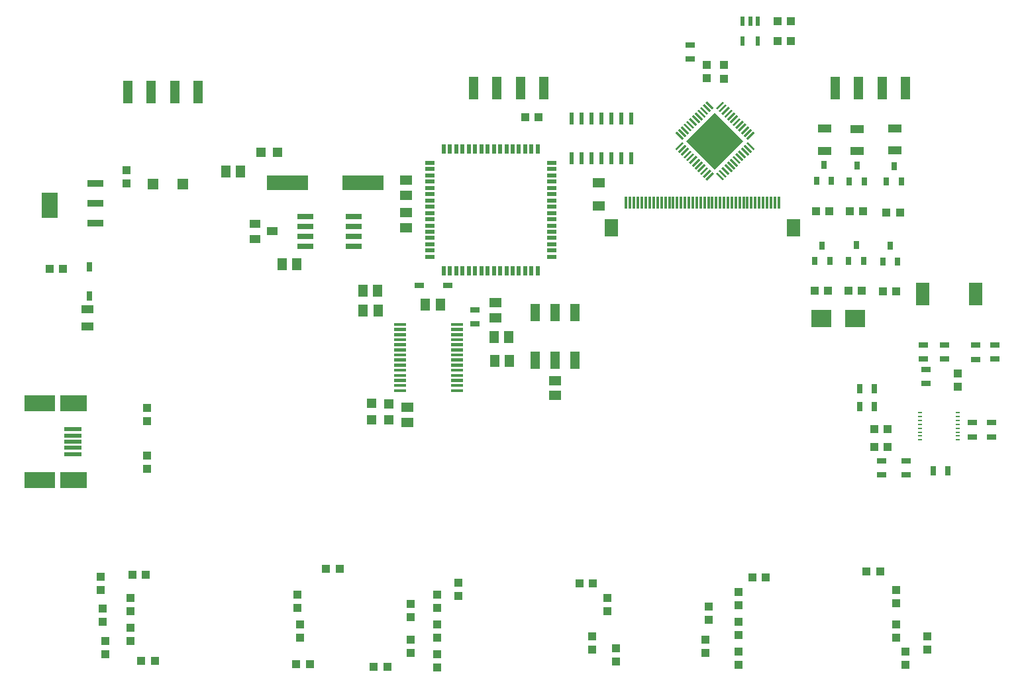
<source format=gtp>
G75*
%MOIN*%
%OFA0B0*%
%FSLAX25Y25*%
%IPPOS*%
%LPD*%
%AMOC8*
5,1,8,0,0,1.08239X$1,22.5*
%
%ADD10R,0.05906X0.05118*%
%ADD11R,0.04331X0.03937*%
%ADD12R,0.04724X0.03150*%
%ADD13R,0.05118X0.05906*%
%ADD14R,0.03937X0.04331*%
%ADD15R,0.04724X0.02756*%
%ADD16R,0.07087X0.03937*%
%ADD17R,0.05000X0.08583*%
%ADD18R,0.04700X0.02200*%
%ADD19R,0.02200X0.04700*%
%ADD20R,0.08000X0.02600*%
%ADD21R,0.05512X0.03937*%
%ADD22C,0.00300*%
%ADD23R,0.06299X0.04724*%
%ADD24R,0.01200X0.05900*%
%ADD25R,0.07100X0.08700*%
%ADD26R,0.04724X0.04724*%
%ADD27R,0.21000X0.07600*%
%ADD28R,0.03150X0.03843*%
%ADD29R,0.01100X0.04900*%
%ADD30R,0.20300X0.20300*%
%ADD31R,0.02165X0.04724*%
%ADD32R,0.02200X0.06300*%
%ADD33R,0.06890X0.11811*%
%ADD34R,0.03150X0.04724*%
%ADD35R,0.02362X0.00984*%
%ADD36R,0.09843X0.09055*%
%ADD37R,0.05512X0.05512*%
%ADD38R,0.08465X0.12795*%
%ADD39R,0.08465X0.03740*%
%ADD40R,0.08858X0.01969*%
%ADD41R,0.15748X0.08071*%
%ADD42R,0.13780X0.08071*%
%ADD43R,0.05000X0.11496*%
%ADD44R,0.05906X0.03937*%
%ADD45R,0.02756X0.04724*%
D10*
X0365962Y0239549D03*
X0365962Y0247029D03*
X0410320Y0292167D03*
X0410320Y0299647D03*
X0440040Y0260569D03*
X0440040Y0253088D03*
X0365314Y0337619D03*
X0365314Y0345099D03*
X0365294Y0353885D03*
X0365294Y0361366D03*
D11*
X0213848Y0122712D03*
X0213848Y0129405D03*
X0212448Y0139012D03*
X0212448Y0145705D03*
X0211348Y0155012D03*
X0211348Y0161705D03*
X0226348Y0151205D03*
X0226348Y0144512D03*
X0226348Y0136205D03*
X0226348Y0129512D03*
X0310348Y0146012D03*
X0310348Y0152705D03*
X0311848Y0137705D03*
X0311848Y0131012D03*
X0367348Y0130205D03*
X0380848Y0131012D03*
X0380848Y0137705D03*
X0367348Y0141512D03*
X0367348Y0148205D03*
X0380848Y0146012D03*
X0380848Y0152705D03*
X0391348Y0152012D03*
X0391348Y0158705D03*
X0380848Y0122705D03*
X0380848Y0116012D03*
X0367348Y0123512D03*
X0458848Y0125012D03*
X0458848Y0131705D03*
X0470848Y0125705D03*
X0470848Y0119012D03*
X0466348Y0144512D03*
X0466348Y0151205D03*
X0517348Y0146705D03*
X0517348Y0140012D03*
X0515848Y0130205D03*
X0515848Y0123512D03*
X0532348Y0124205D03*
X0532348Y0117512D03*
X0532348Y0132512D03*
X0532348Y0139205D03*
X0532348Y0147512D03*
X0532348Y0154205D03*
X0611848Y0155205D03*
X0611848Y0148512D03*
X0611848Y0137705D03*
X0611848Y0131012D03*
X0616348Y0124205D03*
X0616348Y0117512D03*
X0627348Y0125012D03*
X0627348Y0131705D03*
X0607417Y0227176D03*
X0600724Y0227176D03*
X0600724Y0236176D03*
X0607417Y0236176D03*
X0605285Y0305514D03*
X0611978Y0305514D03*
X0594578Y0305627D03*
X0587885Y0305627D03*
X0577619Y0305761D03*
X0570926Y0305761D03*
X0571585Y0345714D03*
X0578278Y0345714D03*
X0588389Y0345714D03*
X0595082Y0345714D03*
X0606989Y0345214D03*
X0613682Y0345214D03*
X0558836Y0431330D03*
X0552143Y0431330D03*
X0552281Y0441530D03*
X0558974Y0441530D03*
X0431870Y0393244D03*
X0425177Y0393244D03*
X0192518Y0316896D03*
X0185825Y0316896D03*
D12*
X0399686Y0296254D03*
X0399686Y0289168D03*
X0604645Y0220142D03*
X0604645Y0213056D03*
X0616983Y0213008D03*
X0616983Y0220095D03*
X0650270Y0232283D03*
X0659970Y0232283D03*
X0659970Y0239370D03*
X0650270Y0239370D03*
X0626870Y0259033D03*
X0626870Y0266120D03*
X0625670Y0271333D03*
X0625670Y0278420D03*
X0636270Y0278420D03*
X0636270Y0271333D03*
X0651770Y0271233D03*
X0651770Y0278320D03*
X0661670Y0278420D03*
X0661670Y0271333D03*
X0508172Y0422453D03*
X0508172Y0429539D03*
D13*
X0350858Y0305636D03*
X0343377Y0305636D03*
X0343648Y0295761D03*
X0351129Y0295761D03*
X0374880Y0298881D03*
X0382361Y0298881D03*
X0409367Y0282587D03*
X0416848Y0282587D03*
X0417226Y0270407D03*
X0409746Y0270407D03*
X0310263Y0319281D03*
X0302783Y0319281D03*
X0281954Y0365635D03*
X0274473Y0365635D03*
D14*
X0224644Y0366452D03*
X0224644Y0359759D03*
X0234848Y0246705D03*
X0234848Y0240012D03*
X0234848Y0222705D03*
X0234848Y0216012D03*
X0234195Y0162858D03*
X0227502Y0162858D03*
X0232002Y0119358D03*
X0238695Y0119358D03*
X0310002Y0117858D03*
X0316695Y0117858D03*
X0349002Y0116358D03*
X0355695Y0116358D03*
X0331695Y0165858D03*
X0325002Y0165858D03*
X0452502Y0158358D03*
X0459195Y0158358D03*
X0539502Y0161358D03*
X0546195Y0161358D03*
X0597002Y0164358D03*
X0603695Y0164358D03*
X0642970Y0257330D03*
X0642970Y0264023D03*
X0525265Y0412603D03*
X0525265Y0419296D03*
X0516566Y0419503D03*
X0516566Y0412810D03*
D15*
X0386311Y0308407D03*
X0371744Y0308407D03*
D16*
X0575703Y0376287D03*
X0575703Y0387310D03*
X0592239Y0387239D03*
X0592239Y0376215D03*
X0611081Y0376510D03*
X0611081Y0387534D03*
D17*
X0450008Y0294862D03*
X0440008Y0294862D03*
X0430008Y0294862D03*
X0430008Y0270846D03*
X0440008Y0270846D03*
X0450008Y0270846D03*
D18*
X0438357Y0322865D03*
X0438357Y0326015D03*
X0438357Y0329165D03*
X0438357Y0332314D03*
X0438357Y0335464D03*
X0438357Y0338613D03*
X0438357Y0341763D03*
X0438357Y0344913D03*
X0438357Y0348062D03*
X0438357Y0351212D03*
X0438357Y0354361D03*
X0438357Y0357511D03*
X0438357Y0360661D03*
X0438357Y0363810D03*
X0438357Y0366960D03*
X0438357Y0370109D03*
X0377257Y0370109D03*
X0377257Y0366960D03*
X0377257Y0363810D03*
X0377257Y0360661D03*
X0377257Y0357511D03*
X0377257Y0354361D03*
X0377257Y0351212D03*
X0377257Y0348062D03*
X0377257Y0344913D03*
X0377257Y0341763D03*
X0377257Y0338613D03*
X0377257Y0335464D03*
X0377257Y0332314D03*
X0377257Y0329165D03*
X0377257Y0326015D03*
X0377257Y0322865D03*
D19*
X0384185Y0315937D03*
X0387335Y0315937D03*
X0390485Y0315937D03*
X0393634Y0315937D03*
X0396784Y0315937D03*
X0399933Y0315937D03*
X0403083Y0315937D03*
X0406233Y0315937D03*
X0409382Y0315937D03*
X0412532Y0315937D03*
X0415681Y0315937D03*
X0418831Y0315937D03*
X0421981Y0315937D03*
X0425130Y0315937D03*
X0428280Y0315937D03*
X0431429Y0315937D03*
X0431429Y0377037D03*
X0428280Y0377037D03*
X0425130Y0377037D03*
X0421981Y0377037D03*
X0418831Y0377037D03*
X0415681Y0377037D03*
X0412532Y0377037D03*
X0409382Y0377037D03*
X0406233Y0377037D03*
X0403083Y0377037D03*
X0399933Y0377037D03*
X0396784Y0377037D03*
X0393634Y0377037D03*
X0390485Y0377037D03*
X0387335Y0377037D03*
X0384185Y0377037D03*
D20*
X0338802Y0342976D03*
X0338802Y0337976D03*
X0338802Y0332976D03*
X0338802Y0327976D03*
X0314602Y0327976D03*
X0314602Y0332976D03*
X0314602Y0337976D03*
X0314602Y0342976D03*
D21*
X0297703Y0335688D03*
X0289041Y0331948D03*
X0289041Y0339428D03*
D22*
X0364923Y0289550D02*
X0364923Y0288350D01*
X0359323Y0288350D01*
X0359323Y0289550D01*
X0364923Y0289550D01*
X0364923Y0288649D02*
X0359323Y0288649D01*
X0359323Y0288948D02*
X0364923Y0288948D01*
X0364923Y0289247D02*
X0359323Y0289247D01*
X0359323Y0289546D02*
X0364923Y0289546D01*
X0364923Y0286991D02*
X0364923Y0285791D01*
X0359323Y0285791D01*
X0359323Y0286991D01*
X0364923Y0286991D01*
X0364923Y0286090D02*
X0359323Y0286090D01*
X0359323Y0286389D02*
X0364923Y0286389D01*
X0364923Y0286688D02*
X0359323Y0286688D01*
X0359323Y0286987D02*
X0364923Y0286987D01*
X0364923Y0284431D02*
X0364923Y0283231D01*
X0359323Y0283231D01*
X0359323Y0284431D01*
X0364923Y0284431D01*
X0364923Y0283530D02*
X0359323Y0283530D01*
X0359323Y0283829D02*
X0364923Y0283829D01*
X0364923Y0284128D02*
X0359323Y0284128D01*
X0359323Y0284427D02*
X0364923Y0284427D01*
X0364923Y0281872D02*
X0364923Y0280672D01*
X0359323Y0280672D01*
X0359323Y0281872D01*
X0364923Y0281872D01*
X0364923Y0280971D02*
X0359323Y0280971D01*
X0359323Y0281270D02*
X0364923Y0281270D01*
X0364923Y0281569D02*
X0359323Y0281569D01*
X0359323Y0281868D02*
X0364923Y0281868D01*
X0364923Y0279313D02*
X0364923Y0278113D01*
X0359323Y0278113D01*
X0359323Y0279313D01*
X0364923Y0279313D01*
X0364923Y0278412D02*
X0359323Y0278412D01*
X0359323Y0278711D02*
X0364923Y0278711D01*
X0364923Y0279010D02*
X0359323Y0279010D01*
X0359323Y0279309D02*
X0364923Y0279309D01*
X0364923Y0276754D02*
X0364923Y0275554D01*
X0359323Y0275554D01*
X0359323Y0276754D01*
X0364923Y0276754D01*
X0364923Y0275853D02*
X0359323Y0275853D01*
X0359323Y0276152D02*
X0364923Y0276152D01*
X0364923Y0276451D02*
X0359323Y0276451D01*
X0359323Y0276750D02*
X0364923Y0276750D01*
X0364923Y0274195D02*
X0364923Y0272995D01*
X0359323Y0272995D01*
X0359323Y0274195D01*
X0364923Y0274195D01*
X0364923Y0273294D02*
X0359323Y0273294D01*
X0359323Y0273593D02*
X0364923Y0273593D01*
X0364923Y0273892D02*
X0359323Y0273892D01*
X0359323Y0274191D02*
X0364923Y0274191D01*
X0364923Y0271636D02*
X0364923Y0270436D01*
X0359323Y0270436D01*
X0359323Y0271636D01*
X0364923Y0271636D01*
X0364923Y0270735D02*
X0359323Y0270735D01*
X0359323Y0271034D02*
X0364923Y0271034D01*
X0364923Y0271333D02*
X0359323Y0271333D01*
X0359323Y0271632D02*
X0364923Y0271632D01*
X0364923Y0269077D02*
X0364923Y0267877D01*
X0359323Y0267877D01*
X0359323Y0269077D01*
X0364923Y0269077D01*
X0364923Y0268176D02*
X0359323Y0268176D01*
X0359323Y0268475D02*
X0364923Y0268475D01*
X0364923Y0268774D02*
X0359323Y0268774D01*
X0359323Y0269073D02*
X0364923Y0269073D01*
X0364923Y0266518D02*
X0364923Y0265318D01*
X0359323Y0265318D01*
X0359323Y0266518D01*
X0364923Y0266518D01*
X0364923Y0265617D02*
X0359323Y0265617D01*
X0359323Y0265916D02*
X0364923Y0265916D01*
X0364923Y0266215D02*
X0359323Y0266215D01*
X0359323Y0266514D02*
X0364923Y0266514D01*
X0364923Y0263959D02*
X0364923Y0262759D01*
X0359323Y0262759D01*
X0359323Y0263959D01*
X0364923Y0263959D01*
X0364923Y0263058D02*
X0359323Y0263058D01*
X0359323Y0263357D02*
X0364923Y0263357D01*
X0364923Y0263656D02*
X0359323Y0263656D01*
X0359323Y0263955D02*
X0364923Y0263955D01*
X0364923Y0261400D02*
X0364923Y0260200D01*
X0359323Y0260200D01*
X0359323Y0261400D01*
X0364923Y0261400D01*
X0364923Y0260499D02*
X0359323Y0260499D01*
X0359323Y0260798D02*
X0364923Y0260798D01*
X0364923Y0261097D02*
X0359323Y0261097D01*
X0359323Y0261396D02*
X0364923Y0261396D01*
X0364923Y0258841D02*
X0364923Y0257641D01*
X0359323Y0257641D01*
X0359323Y0258841D01*
X0364923Y0258841D01*
X0364923Y0257940D02*
X0359323Y0257940D01*
X0359323Y0258239D02*
X0364923Y0258239D01*
X0364923Y0258538D02*
X0359323Y0258538D01*
X0359323Y0258837D02*
X0364923Y0258837D01*
X0364923Y0256282D02*
X0364923Y0255082D01*
X0359323Y0255082D01*
X0359323Y0256282D01*
X0364923Y0256282D01*
X0364923Y0255381D02*
X0359323Y0255381D01*
X0359323Y0255680D02*
X0364923Y0255680D01*
X0364923Y0255979D02*
X0359323Y0255979D01*
X0359323Y0256278D02*
X0364923Y0256278D01*
X0393466Y0256282D02*
X0393466Y0255082D01*
X0387866Y0255082D01*
X0387866Y0256282D01*
X0393466Y0256282D01*
X0393466Y0255381D02*
X0387866Y0255381D01*
X0387866Y0255680D02*
X0393466Y0255680D01*
X0393466Y0255979D02*
X0387866Y0255979D01*
X0387866Y0256278D02*
X0393466Y0256278D01*
X0393466Y0257641D02*
X0393466Y0258841D01*
X0393466Y0257641D02*
X0387866Y0257641D01*
X0387866Y0258841D01*
X0393466Y0258841D01*
X0393466Y0257940D02*
X0387866Y0257940D01*
X0387866Y0258239D02*
X0393466Y0258239D01*
X0393466Y0258538D02*
X0387866Y0258538D01*
X0387866Y0258837D02*
X0393466Y0258837D01*
X0393466Y0260200D02*
X0393466Y0261400D01*
X0393466Y0260200D02*
X0387866Y0260200D01*
X0387866Y0261400D01*
X0393466Y0261400D01*
X0393466Y0260499D02*
X0387866Y0260499D01*
X0387866Y0260798D02*
X0393466Y0260798D01*
X0393466Y0261097D02*
X0387866Y0261097D01*
X0387866Y0261396D02*
X0393466Y0261396D01*
X0393466Y0262759D02*
X0393466Y0263959D01*
X0393466Y0262759D02*
X0387866Y0262759D01*
X0387866Y0263959D01*
X0393466Y0263959D01*
X0393466Y0263058D02*
X0387866Y0263058D01*
X0387866Y0263357D02*
X0393466Y0263357D01*
X0393466Y0263656D02*
X0387866Y0263656D01*
X0387866Y0263955D02*
X0393466Y0263955D01*
X0393466Y0265318D02*
X0393466Y0266518D01*
X0393466Y0265318D02*
X0387866Y0265318D01*
X0387866Y0266518D01*
X0393466Y0266518D01*
X0393466Y0265617D02*
X0387866Y0265617D01*
X0387866Y0265916D02*
X0393466Y0265916D01*
X0393466Y0266215D02*
X0387866Y0266215D01*
X0387866Y0266514D02*
X0393466Y0266514D01*
X0393466Y0267877D02*
X0393466Y0269077D01*
X0393466Y0267877D02*
X0387866Y0267877D01*
X0387866Y0269077D01*
X0393466Y0269077D01*
X0393466Y0268176D02*
X0387866Y0268176D01*
X0387866Y0268475D02*
X0393466Y0268475D01*
X0393466Y0268774D02*
X0387866Y0268774D01*
X0387866Y0269073D02*
X0393466Y0269073D01*
X0393466Y0270436D02*
X0393466Y0271636D01*
X0393466Y0270436D02*
X0387866Y0270436D01*
X0387866Y0271636D01*
X0393466Y0271636D01*
X0393466Y0270735D02*
X0387866Y0270735D01*
X0387866Y0271034D02*
X0393466Y0271034D01*
X0393466Y0271333D02*
X0387866Y0271333D01*
X0387866Y0271632D02*
X0393466Y0271632D01*
X0393466Y0272995D02*
X0393466Y0274195D01*
X0393466Y0272995D02*
X0387866Y0272995D01*
X0387866Y0274195D01*
X0393466Y0274195D01*
X0393466Y0273294D02*
X0387866Y0273294D01*
X0387866Y0273593D02*
X0393466Y0273593D01*
X0393466Y0273892D02*
X0387866Y0273892D01*
X0387866Y0274191D02*
X0393466Y0274191D01*
X0393466Y0275554D02*
X0393466Y0276754D01*
X0393466Y0275554D02*
X0387866Y0275554D01*
X0387866Y0276754D01*
X0393466Y0276754D01*
X0393466Y0275853D02*
X0387866Y0275853D01*
X0387866Y0276152D02*
X0393466Y0276152D01*
X0393466Y0276451D02*
X0387866Y0276451D01*
X0387866Y0276750D02*
X0393466Y0276750D01*
X0393466Y0278113D02*
X0393466Y0279313D01*
X0393466Y0278113D02*
X0387866Y0278113D01*
X0387866Y0279313D01*
X0393466Y0279313D01*
X0393466Y0278412D02*
X0387866Y0278412D01*
X0387866Y0278711D02*
X0393466Y0278711D01*
X0393466Y0279010D02*
X0387866Y0279010D01*
X0387866Y0279309D02*
X0393466Y0279309D01*
X0393466Y0280672D02*
X0393466Y0281872D01*
X0393466Y0280672D02*
X0387866Y0280672D01*
X0387866Y0281872D01*
X0393466Y0281872D01*
X0393466Y0280971D02*
X0387866Y0280971D01*
X0387866Y0281270D02*
X0393466Y0281270D01*
X0393466Y0281569D02*
X0387866Y0281569D01*
X0387866Y0281868D02*
X0393466Y0281868D01*
X0393466Y0283231D02*
X0393466Y0284431D01*
X0393466Y0283231D02*
X0387866Y0283231D01*
X0387866Y0284431D01*
X0393466Y0284431D01*
X0393466Y0283530D02*
X0387866Y0283530D01*
X0387866Y0283829D02*
X0393466Y0283829D01*
X0393466Y0284128D02*
X0387866Y0284128D01*
X0387866Y0284427D02*
X0393466Y0284427D01*
X0393466Y0285791D02*
X0393466Y0286991D01*
X0393466Y0285791D02*
X0387866Y0285791D01*
X0387866Y0286991D01*
X0393466Y0286991D01*
X0393466Y0286090D02*
X0387866Y0286090D01*
X0387866Y0286389D02*
X0393466Y0286389D01*
X0393466Y0286688D02*
X0387866Y0286688D01*
X0387866Y0286987D02*
X0393466Y0286987D01*
X0393466Y0288350D02*
X0393466Y0289550D01*
X0393466Y0288350D02*
X0387866Y0288350D01*
X0387866Y0289550D01*
X0393466Y0289550D01*
X0393466Y0288649D02*
X0387866Y0288649D01*
X0387866Y0288948D02*
X0393466Y0288948D01*
X0393466Y0289247D02*
X0387866Y0289247D01*
X0387866Y0289546D02*
X0393466Y0289546D01*
D23*
X0462040Y0348354D03*
X0462040Y0360165D03*
D24*
X0476003Y0350161D03*
X0478003Y0350161D03*
X0480003Y0350161D03*
X0481903Y0350161D03*
X0483903Y0350161D03*
X0485903Y0350161D03*
X0487803Y0350161D03*
X0489803Y0350161D03*
X0491803Y0350161D03*
X0493703Y0350161D03*
X0495703Y0350161D03*
X0497703Y0350161D03*
X0499603Y0350161D03*
X0501603Y0350161D03*
X0503603Y0350161D03*
X0505503Y0350161D03*
X0507503Y0350161D03*
X0509503Y0350161D03*
X0511403Y0350161D03*
X0513403Y0350161D03*
X0515403Y0350161D03*
X0517403Y0350161D03*
X0519303Y0350161D03*
X0521303Y0350161D03*
X0523303Y0350161D03*
X0525203Y0350161D03*
X0527203Y0350161D03*
X0529203Y0350161D03*
X0531103Y0350161D03*
X0533103Y0350161D03*
X0535103Y0350161D03*
X0537003Y0350161D03*
X0539003Y0350161D03*
X0541003Y0350161D03*
X0542903Y0350161D03*
X0544903Y0350161D03*
X0546903Y0350161D03*
X0548803Y0350161D03*
X0550803Y0350161D03*
X0552803Y0350161D03*
D25*
X0560203Y0337361D03*
X0468603Y0337361D03*
D26*
X0356525Y0248954D03*
X0356525Y0240686D03*
X0347751Y0240728D03*
X0347751Y0248995D03*
X0300485Y0375470D03*
X0292218Y0375470D03*
D27*
X0305357Y0360201D03*
X0343357Y0360201D03*
D28*
X0571692Y0361177D03*
X0579172Y0361177D03*
X0588292Y0360777D03*
X0595772Y0360777D03*
X0592032Y0368651D03*
X0575432Y0369051D03*
X0606992Y0360677D03*
X0614472Y0360677D03*
X0610732Y0368551D03*
X0608932Y0328351D03*
X0612672Y0320477D03*
X0605192Y0320477D03*
X0595472Y0320777D03*
X0587992Y0320777D03*
X0578372Y0320677D03*
X0570892Y0320677D03*
X0574632Y0328551D03*
X0591732Y0328651D03*
D29*
G36*
X0535085Y0371761D02*
X0534307Y0370983D01*
X0530843Y0374447D01*
X0531621Y0375225D01*
X0535085Y0371761D01*
G37*
G36*
X0536429Y0373105D02*
X0535651Y0372327D01*
X0532187Y0375791D01*
X0532965Y0376569D01*
X0536429Y0373105D01*
G37*
G36*
X0537843Y0374519D02*
X0537065Y0373741D01*
X0533601Y0377205D01*
X0534379Y0377983D01*
X0537843Y0374519D01*
G37*
G36*
X0539257Y0375933D02*
X0538479Y0375155D01*
X0535015Y0378619D01*
X0535793Y0379397D01*
X0539257Y0375933D01*
G37*
G36*
X0540601Y0377277D02*
X0539823Y0376499D01*
X0536359Y0379963D01*
X0537137Y0380741D01*
X0540601Y0377277D01*
G37*
G36*
X0539823Y0385973D02*
X0540601Y0385195D01*
X0537137Y0381731D01*
X0536359Y0382509D01*
X0539823Y0385973D01*
G37*
G36*
X0538479Y0387317D02*
X0539257Y0386539D01*
X0535793Y0383075D01*
X0535015Y0383853D01*
X0538479Y0387317D01*
G37*
G36*
X0537065Y0388731D02*
X0537843Y0387953D01*
X0534379Y0384489D01*
X0533601Y0385267D01*
X0537065Y0388731D01*
G37*
G36*
X0535651Y0390145D02*
X0536429Y0389367D01*
X0532965Y0385903D01*
X0532187Y0386681D01*
X0535651Y0390145D01*
G37*
G36*
X0534307Y0391489D02*
X0535085Y0390711D01*
X0531621Y0387247D01*
X0530843Y0388025D01*
X0534307Y0391489D01*
G37*
G36*
X0532893Y0392903D02*
X0533671Y0392125D01*
X0530207Y0388661D01*
X0529429Y0389439D01*
X0532893Y0392903D01*
G37*
G36*
X0531479Y0394317D02*
X0532257Y0393539D01*
X0528793Y0390075D01*
X0528015Y0390853D01*
X0531479Y0394317D01*
G37*
G36*
X0530065Y0395732D02*
X0530843Y0394954D01*
X0527379Y0391490D01*
X0526601Y0392268D01*
X0530065Y0395732D01*
G37*
G36*
X0528721Y0397075D02*
X0529499Y0396297D01*
X0526035Y0392833D01*
X0525257Y0393611D01*
X0528721Y0397075D01*
G37*
G36*
X0527307Y0398489D02*
X0528085Y0397711D01*
X0524621Y0394247D01*
X0523843Y0395025D01*
X0527307Y0398489D01*
G37*
G36*
X0525893Y0399903D02*
X0526671Y0399125D01*
X0523207Y0395661D01*
X0522429Y0396439D01*
X0525893Y0399903D01*
G37*
G36*
X0524549Y0401247D02*
X0525327Y0400469D01*
X0521863Y0397005D01*
X0521085Y0397783D01*
X0524549Y0401247D01*
G37*
G36*
X0520095Y0397783D02*
X0519317Y0397005D01*
X0515853Y0400469D01*
X0516631Y0401247D01*
X0520095Y0397783D01*
G37*
G36*
X0518751Y0396439D02*
X0517973Y0395661D01*
X0514509Y0399125D01*
X0515287Y0399903D01*
X0518751Y0396439D01*
G37*
G36*
X0517337Y0395025D02*
X0516559Y0394247D01*
X0513095Y0397711D01*
X0513873Y0398489D01*
X0517337Y0395025D01*
G37*
G36*
X0515923Y0393611D02*
X0515145Y0392833D01*
X0511681Y0396297D01*
X0512459Y0397075D01*
X0515923Y0393611D01*
G37*
G36*
X0514579Y0392268D02*
X0513801Y0391490D01*
X0510337Y0394954D01*
X0511115Y0395732D01*
X0514579Y0392268D01*
G37*
G36*
X0513165Y0390853D02*
X0512387Y0390075D01*
X0508923Y0393539D01*
X0509701Y0394317D01*
X0513165Y0390853D01*
G37*
G36*
X0511751Y0389439D02*
X0510973Y0388661D01*
X0507509Y0392125D01*
X0508287Y0392903D01*
X0511751Y0389439D01*
G37*
G36*
X0510337Y0388025D02*
X0509559Y0387247D01*
X0506095Y0390711D01*
X0506873Y0391489D01*
X0510337Y0388025D01*
G37*
G36*
X0508993Y0386681D02*
X0508215Y0385903D01*
X0504751Y0389367D01*
X0505529Y0390145D01*
X0508993Y0386681D01*
G37*
G36*
X0507579Y0385267D02*
X0506801Y0384489D01*
X0503337Y0387953D01*
X0504115Y0388731D01*
X0507579Y0385267D01*
G37*
G36*
X0506165Y0383853D02*
X0505387Y0383075D01*
X0501923Y0386539D01*
X0502701Y0387317D01*
X0506165Y0383853D01*
G37*
G36*
X0504821Y0382509D02*
X0504043Y0381731D01*
X0500579Y0385195D01*
X0501357Y0385973D01*
X0504821Y0382509D01*
G37*
G36*
X0504043Y0380741D02*
X0504821Y0379963D01*
X0501357Y0376499D01*
X0500579Y0377277D01*
X0504043Y0380741D01*
G37*
G36*
X0505387Y0379397D02*
X0506165Y0378619D01*
X0502701Y0375155D01*
X0501923Y0375933D01*
X0505387Y0379397D01*
G37*
G36*
X0506801Y0377983D02*
X0507579Y0377205D01*
X0504115Y0373741D01*
X0503337Y0374519D01*
X0506801Y0377983D01*
G37*
G36*
X0508215Y0376569D02*
X0508993Y0375791D01*
X0505529Y0372327D01*
X0504751Y0373105D01*
X0508215Y0376569D01*
G37*
G36*
X0509559Y0375225D02*
X0510337Y0374447D01*
X0506873Y0370983D01*
X0506095Y0371761D01*
X0509559Y0375225D01*
G37*
G36*
X0510973Y0373811D02*
X0511751Y0373033D01*
X0508287Y0369569D01*
X0507509Y0370347D01*
X0510973Y0373811D01*
G37*
G36*
X0512387Y0372397D02*
X0513165Y0371619D01*
X0509701Y0368155D01*
X0508923Y0368933D01*
X0512387Y0372397D01*
G37*
G36*
X0513801Y0370983D02*
X0514579Y0370205D01*
X0511115Y0366741D01*
X0510337Y0367519D01*
X0513801Y0370983D01*
G37*
G36*
X0515145Y0369639D02*
X0515923Y0368861D01*
X0512459Y0365397D01*
X0511681Y0366175D01*
X0515145Y0369639D01*
G37*
G36*
X0516559Y0368225D02*
X0517337Y0367447D01*
X0513873Y0363983D01*
X0513095Y0364761D01*
X0516559Y0368225D01*
G37*
G36*
X0517973Y0366811D02*
X0518751Y0366033D01*
X0515287Y0362569D01*
X0514509Y0363347D01*
X0517973Y0366811D01*
G37*
G36*
X0519317Y0365467D02*
X0520095Y0364689D01*
X0516631Y0361225D01*
X0515853Y0362003D01*
X0519317Y0365467D01*
G37*
G36*
X0525327Y0362003D02*
X0524549Y0361225D01*
X0521085Y0364689D01*
X0521863Y0365467D01*
X0525327Y0362003D01*
G37*
G36*
X0526671Y0363347D02*
X0525893Y0362569D01*
X0522429Y0366033D01*
X0523207Y0366811D01*
X0526671Y0363347D01*
G37*
G36*
X0528085Y0364761D02*
X0527307Y0363983D01*
X0523843Y0367447D01*
X0524621Y0368225D01*
X0528085Y0364761D01*
G37*
G36*
X0529499Y0366175D02*
X0528721Y0365397D01*
X0525257Y0368861D01*
X0526035Y0369639D01*
X0529499Y0366175D01*
G37*
G36*
X0530843Y0367519D02*
X0530065Y0366741D01*
X0526601Y0370205D01*
X0527379Y0370983D01*
X0530843Y0367519D01*
G37*
G36*
X0532257Y0368933D02*
X0531479Y0368155D01*
X0528015Y0371619D01*
X0528793Y0372397D01*
X0532257Y0368933D01*
G37*
G36*
X0533671Y0370347D02*
X0532893Y0369569D01*
X0529429Y0373033D01*
X0530207Y0373811D01*
X0533671Y0370347D01*
G37*
D30*
G36*
X0506236Y0381236D02*
X0520590Y0395590D01*
X0534944Y0381236D01*
X0520590Y0366882D01*
X0506236Y0381236D01*
G37*
D31*
X0534636Y0431357D03*
X0542117Y0431357D03*
X0542117Y0441594D03*
X0538377Y0441594D03*
X0534636Y0441594D03*
D32*
X0478460Y0392324D03*
X0473460Y0392324D03*
X0468460Y0392324D03*
X0463460Y0392324D03*
X0458460Y0392324D03*
X0453460Y0392324D03*
X0448460Y0392324D03*
X0448460Y0372324D03*
X0453460Y0372324D03*
X0458460Y0372324D03*
X0463460Y0372324D03*
X0468460Y0372324D03*
X0473460Y0372324D03*
X0478460Y0372324D03*
D33*
X0625209Y0304142D03*
X0651685Y0304142D03*
D34*
X0600714Y0256476D03*
X0593627Y0256476D03*
X0593627Y0247476D03*
X0600714Y0247476D03*
X0630651Y0215213D03*
X0637737Y0215213D03*
D35*
X0642719Y0230687D03*
X0642719Y0232655D03*
X0642719Y0234624D03*
X0642719Y0236592D03*
X0642719Y0238561D03*
X0642719Y0240529D03*
X0642719Y0242498D03*
X0642719Y0244466D03*
X0623822Y0244466D03*
X0623822Y0242498D03*
X0623822Y0240529D03*
X0623822Y0238561D03*
X0623822Y0236592D03*
X0623822Y0234624D03*
X0623822Y0232655D03*
X0623822Y0230687D03*
D36*
X0591035Y0291676D03*
X0574106Y0291676D03*
D37*
X0252712Y0359302D03*
X0237751Y0359302D03*
D38*
X0185880Y0348786D03*
D39*
X0208714Y0349731D03*
X0208714Y0359731D03*
X0208714Y0339731D03*
D40*
X0197624Y0236098D03*
X0197624Y0232949D03*
X0197624Y0229799D03*
X0197624Y0226650D03*
X0197624Y0223500D03*
D41*
X0180990Y0210409D03*
X0180990Y0249189D03*
D42*
X0197722Y0249189D03*
X0197722Y0210409D03*
D43*
X0225132Y0405823D03*
X0236943Y0405823D03*
X0248754Y0405823D03*
X0260565Y0405823D03*
X0399132Y0407823D03*
X0410943Y0407823D03*
X0422754Y0407823D03*
X0434565Y0407823D03*
X0581132Y0407823D03*
X0592943Y0407823D03*
X0604754Y0407823D03*
X0616565Y0407823D03*
D44*
X0204833Y0296461D03*
X0204833Y0287799D03*
D45*
X0205730Y0303130D03*
X0205730Y0317697D03*
M02*

</source>
